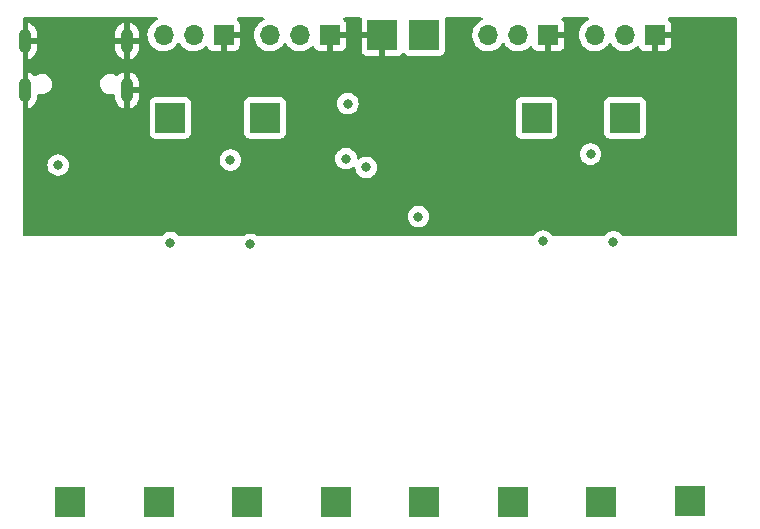
<source format=gbr>
%TF.GenerationSoftware,KiCad,Pcbnew,(6.0.4)*%
%TF.CreationDate,2023-01-21T01:53:35+00:00*%
%TF.ProjectId,Diff_probe,44696666-5f70-4726-9f62-652e6b696361,rev?*%
%TF.SameCoordinates,Original*%
%TF.FileFunction,Copper,L2,Inr*%
%TF.FilePolarity,Positive*%
%FSLAX46Y46*%
G04 Gerber Fmt 4.6, Leading zero omitted, Abs format (unit mm)*
G04 Created by KiCad (PCBNEW (6.0.4)) date 2023-01-21 01:53:35*
%MOMM*%
%LPD*%
G01*
G04 APERTURE LIST*
%TA.AperFunction,ComponentPad*%
%ADD10R,2.500000X2.500000*%
%TD*%
%TA.AperFunction,ComponentPad*%
%ADD11R,1.700000X1.700000*%
%TD*%
%TA.AperFunction,ComponentPad*%
%ADD12O,1.700000X1.700000*%
%TD*%
%TA.AperFunction,ComponentPad*%
%ADD13O,1.050000X2.100000*%
%TD*%
%TA.AperFunction,ViaPad*%
%ADD14C,0.800000*%
%TD*%
G04 APERTURE END LIST*
D10*
%TO.N,Net-(R23-Pad1)*%
%TO.C,TP11*%
X173000000Y-58500000D03*
%TD*%
D11*
%TO.N,GND*%
%TO.C,J5*%
X177525000Y-19000000D03*
D12*
%TO.N,Output4*%
X174985000Y-19000000D03*
%TO.N,+5V*%
X172445000Y-19000000D03*
%TD*%
D10*
%TO.N,Net-(JP7-Pad2)*%
%TO.C,TP13*%
X167500000Y-26000000D03*
%TD*%
%TO.N,Net-(R2-Pad1)*%
%TO.C,TP4*%
X143000000Y-58500000D03*
%TD*%
%TO.N,Net-(R21-Pad1)*%
%TO.C,TP9*%
X158000000Y-58500000D03*
%TD*%
D11*
%TO.N,GND*%
%TO.C,J1*%
X141000000Y-19000000D03*
D12*
%TO.N,Output1*%
X138460000Y-19000000D03*
%TO.N,+5V*%
X135920000Y-19000000D03*
%TD*%
D11*
%TO.N,GND*%
%TO.C,J3*%
X150025000Y-19000000D03*
D12*
%TO.N,Output2*%
X147485000Y-19000000D03*
%TO.N,+5V*%
X144945000Y-19000000D03*
%TD*%
D11*
%TO.N,GND*%
%TO.C,J4*%
X168500000Y-19000000D03*
D12*
%TO.N,Output3*%
X165960000Y-19000000D03*
%TO.N,+5V*%
X163420000Y-19000000D03*
%TD*%
D13*
%TO.N,GND*%
%TO.C,J2*%
X132820000Y-23680000D03*
X124180000Y-23680000D03*
X132820000Y-19500000D03*
X124180000Y-19500000D03*
%TD*%
D10*
%TO.N,Net-(R22-Pad1)*%
%TO.C,TP10*%
X165500000Y-58500000D03*
%TD*%
%TO.N,Net-(R3-Pad1)*%
%TO.C,TP1*%
X128000000Y-58500000D03*
%TD*%
%TO.N,GND*%
%TO.C,TP8*%
X154450000Y-19000000D03*
%TD*%
%TO.N,Net-(JP4-Pad2)*%
%TO.C,TP6*%
X144500000Y-26000000D03*
%TD*%
%TO.N,Net-(JP8-Pad2)*%
%TO.C,TP14*%
X175000000Y-26000000D03*
%TD*%
%TO.N,+5V*%
%TO.C,TP7*%
X158000000Y-19000000D03*
%TD*%
%TO.N,Net-(R24-Pad1)*%
%TO.C,TP12*%
X180500000Y-58462500D03*
%TD*%
%TO.N,Net-(R12-Pad1)*%
%TO.C,TP5*%
X150500000Y-58500000D03*
%TD*%
%TO.N,Net-(JP2-Pad2)*%
%TO.C,TP3*%
X136500000Y-26000000D03*
%TD*%
%TO.N,Net-(R4-Pad1)*%
%TO.C,TP2*%
X135500000Y-58500000D03*
%TD*%
D14*
%TO.N,GND*%
X151500000Y-26300000D03*
%TO.N,+5V*%
X151525500Y-24800000D03*
%TO.N,+2V5*%
X143275000Y-36725000D03*
X136504845Y-36572675D03*
X157500000Y-34362500D03*
X168050000Y-36450000D03*
X174000000Y-36500000D03*
%TO.N,GND*%
X169275000Y-21725000D03*
X166725000Y-34775000D03*
X177825000Y-21675000D03*
X170225000Y-29275000D03*
X151675000Y-32456250D03*
X139725000Y-29275000D03*
X153256250Y-32075000D03*
X149275000Y-22500000D03*
X136225000Y-34275000D03*
X167927223Y-33481346D03*
%TO.N,+5V*%
X172075000Y-29075000D03*
X141575000Y-29575000D03*
X153081250Y-30200000D03*
X127000000Y-30000000D03*
X151375000Y-29456250D03*
%TD*%
%TA.AperFunction,Conductor*%
%TO.N,GND*%
G36*
X135396115Y-17528502D02*
G01*
X135442608Y-17582158D01*
X135452712Y-17652432D01*
X135423218Y-17717012D01*
X135386175Y-17746262D01*
X135193607Y-17846507D01*
X135189474Y-17849610D01*
X135189471Y-17849612D01*
X135019163Y-17977483D01*
X135014965Y-17980635D01*
X134860629Y-18142138D01*
X134734743Y-18326680D01*
X134640688Y-18529305D01*
X134580989Y-18744570D01*
X134557251Y-18966695D01*
X134570110Y-19189715D01*
X134571247Y-19194761D01*
X134571248Y-19194767D01*
X134585606Y-19258475D01*
X134619222Y-19407639D01*
X134703266Y-19614616D01*
X134754942Y-19698944D01*
X134817291Y-19800688D01*
X134819987Y-19805088D01*
X134966250Y-19973938D01*
X135138126Y-20116632D01*
X135331000Y-20229338D01*
X135539692Y-20309030D01*
X135544760Y-20310061D01*
X135544763Y-20310062D01*
X135652017Y-20331883D01*
X135758597Y-20353567D01*
X135763772Y-20353757D01*
X135763774Y-20353757D01*
X135976673Y-20361564D01*
X135976677Y-20361564D01*
X135981837Y-20361753D01*
X135986957Y-20361097D01*
X135986959Y-20361097D01*
X136198288Y-20334025D01*
X136198289Y-20334025D01*
X136203416Y-20333368D01*
X136208366Y-20331883D01*
X136412429Y-20270661D01*
X136412434Y-20270659D01*
X136417384Y-20269174D01*
X136617994Y-20170896D01*
X136799860Y-20041173D01*
X136958096Y-19883489D01*
X137017594Y-19800689D01*
X137088453Y-19702077D01*
X137089776Y-19703028D01*
X137136645Y-19659857D01*
X137206580Y-19647625D01*
X137272026Y-19675144D01*
X137299875Y-19706994D01*
X137359987Y-19805088D01*
X137506250Y-19973938D01*
X137678126Y-20116632D01*
X137871000Y-20229338D01*
X138079692Y-20309030D01*
X138084760Y-20310061D01*
X138084763Y-20310062D01*
X138192017Y-20331883D01*
X138298597Y-20353567D01*
X138303772Y-20353757D01*
X138303774Y-20353757D01*
X138516673Y-20361564D01*
X138516677Y-20361564D01*
X138521837Y-20361753D01*
X138526957Y-20361097D01*
X138526959Y-20361097D01*
X138738288Y-20334025D01*
X138738289Y-20334025D01*
X138743416Y-20333368D01*
X138748366Y-20331883D01*
X138952429Y-20270661D01*
X138952434Y-20270659D01*
X138957384Y-20269174D01*
X139157994Y-20170896D01*
X139339860Y-20041173D01*
X139407331Y-19973938D01*
X139448479Y-19932933D01*
X139510851Y-19899017D01*
X139581658Y-19904205D01*
X139638419Y-19946851D01*
X139655401Y-19977954D01*
X139696676Y-20088054D01*
X139705214Y-20103649D01*
X139781715Y-20205724D01*
X139794276Y-20218285D01*
X139896351Y-20294786D01*
X139911946Y-20303324D01*
X140032394Y-20348478D01*
X140047649Y-20352105D01*
X140098514Y-20357631D01*
X140105328Y-20358000D01*
X140727885Y-20358000D01*
X140743124Y-20353525D01*
X140744329Y-20352135D01*
X140746000Y-20344452D01*
X140746000Y-20339884D01*
X141254000Y-20339884D01*
X141258475Y-20355123D01*
X141259865Y-20356328D01*
X141267548Y-20357999D01*
X141894669Y-20357999D01*
X141901490Y-20357629D01*
X141952352Y-20352105D01*
X141967604Y-20348479D01*
X142088054Y-20303324D01*
X142103649Y-20294786D01*
X142205724Y-20218285D01*
X142218285Y-20205724D01*
X142294786Y-20103649D01*
X142303324Y-20088054D01*
X142348478Y-19967606D01*
X142352105Y-19952351D01*
X142357631Y-19901486D01*
X142358000Y-19894672D01*
X142358000Y-19272115D01*
X142353525Y-19256876D01*
X142352135Y-19255671D01*
X142344452Y-19254000D01*
X141272115Y-19254000D01*
X141256876Y-19258475D01*
X141255671Y-19259865D01*
X141254000Y-19267548D01*
X141254000Y-20339884D01*
X140746000Y-20339884D01*
X140746000Y-18872000D01*
X140766002Y-18803879D01*
X140819658Y-18757386D01*
X140872000Y-18746000D01*
X142339884Y-18746000D01*
X142355123Y-18741525D01*
X142356328Y-18740135D01*
X142357999Y-18732452D01*
X142357999Y-18105331D01*
X142357629Y-18098510D01*
X142352105Y-18047648D01*
X142348479Y-18032396D01*
X142303324Y-17911946D01*
X142294786Y-17896351D01*
X142218285Y-17794276D01*
X142205724Y-17781715D01*
X142143827Y-17735326D01*
X142101312Y-17678467D01*
X142096286Y-17607649D01*
X142130346Y-17545355D01*
X142192677Y-17511365D01*
X142219392Y-17508500D01*
X144352994Y-17508500D01*
X144421115Y-17528502D01*
X144467608Y-17582158D01*
X144477712Y-17652432D01*
X144448218Y-17717012D01*
X144411175Y-17746262D01*
X144218607Y-17846507D01*
X144214474Y-17849610D01*
X144214471Y-17849612D01*
X144044163Y-17977483D01*
X144039965Y-17980635D01*
X143885629Y-18142138D01*
X143759743Y-18326680D01*
X143665688Y-18529305D01*
X143605989Y-18744570D01*
X143582251Y-18966695D01*
X143595110Y-19189715D01*
X143596247Y-19194761D01*
X143596248Y-19194767D01*
X143610606Y-19258475D01*
X143644222Y-19407639D01*
X143728266Y-19614616D01*
X143779942Y-19698944D01*
X143842291Y-19800688D01*
X143844987Y-19805088D01*
X143991250Y-19973938D01*
X144163126Y-20116632D01*
X144356000Y-20229338D01*
X144564692Y-20309030D01*
X144569760Y-20310061D01*
X144569763Y-20310062D01*
X144677017Y-20331883D01*
X144783597Y-20353567D01*
X144788772Y-20353757D01*
X144788774Y-20353757D01*
X145001673Y-20361564D01*
X145001677Y-20361564D01*
X145006837Y-20361753D01*
X145011957Y-20361097D01*
X145011959Y-20361097D01*
X145223288Y-20334025D01*
X145223289Y-20334025D01*
X145228416Y-20333368D01*
X145233366Y-20331883D01*
X145437429Y-20270661D01*
X145437434Y-20270659D01*
X145442384Y-20269174D01*
X145642994Y-20170896D01*
X145824860Y-20041173D01*
X145983096Y-19883489D01*
X146042594Y-19800689D01*
X146113453Y-19702077D01*
X146114776Y-19703028D01*
X146161645Y-19659857D01*
X146231580Y-19647625D01*
X146297026Y-19675144D01*
X146324875Y-19706994D01*
X146384987Y-19805088D01*
X146531250Y-19973938D01*
X146703126Y-20116632D01*
X146896000Y-20229338D01*
X147104692Y-20309030D01*
X147109760Y-20310061D01*
X147109763Y-20310062D01*
X147217017Y-20331883D01*
X147323597Y-20353567D01*
X147328772Y-20353757D01*
X147328774Y-20353757D01*
X147541673Y-20361564D01*
X147541677Y-20361564D01*
X147546837Y-20361753D01*
X147551957Y-20361097D01*
X147551959Y-20361097D01*
X147763288Y-20334025D01*
X147763289Y-20334025D01*
X147768416Y-20333368D01*
X147773366Y-20331883D01*
X147977429Y-20270661D01*
X147977434Y-20270659D01*
X147982384Y-20269174D01*
X148182994Y-20170896D01*
X148364860Y-20041173D01*
X148432331Y-19973938D01*
X148473479Y-19932933D01*
X148535851Y-19899017D01*
X148606658Y-19904205D01*
X148663419Y-19946851D01*
X148680401Y-19977954D01*
X148721676Y-20088054D01*
X148730214Y-20103649D01*
X148806715Y-20205724D01*
X148819276Y-20218285D01*
X148921351Y-20294786D01*
X148936946Y-20303324D01*
X149057394Y-20348478D01*
X149072649Y-20352105D01*
X149123514Y-20357631D01*
X149130328Y-20358000D01*
X149752885Y-20358000D01*
X149768124Y-20353525D01*
X149769329Y-20352135D01*
X149771000Y-20344452D01*
X149771000Y-20339884D01*
X150279000Y-20339884D01*
X150283475Y-20355123D01*
X150284865Y-20356328D01*
X150292548Y-20357999D01*
X150919669Y-20357999D01*
X150926490Y-20357629D01*
X150977352Y-20352105D01*
X150992604Y-20348479D01*
X151113054Y-20303324D01*
X151128649Y-20294786D01*
X151128805Y-20294669D01*
X152692001Y-20294669D01*
X152692371Y-20301490D01*
X152697895Y-20352352D01*
X152701521Y-20367604D01*
X152746676Y-20488054D01*
X152755214Y-20503649D01*
X152831715Y-20605724D01*
X152844276Y-20618285D01*
X152946351Y-20694786D01*
X152961946Y-20703324D01*
X153082394Y-20748478D01*
X153097649Y-20752105D01*
X153148514Y-20757631D01*
X153155328Y-20758000D01*
X154177885Y-20758000D01*
X154193124Y-20753525D01*
X154194329Y-20752135D01*
X154196000Y-20744452D01*
X154196000Y-19272115D01*
X154191525Y-19256876D01*
X154190135Y-19255671D01*
X154182452Y-19254000D01*
X152710116Y-19254000D01*
X152694877Y-19258475D01*
X152693672Y-19259865D01*
X152692001Y-19267548D01*
X152692001Y-20294669D01*
X151128805Y-20294669D01*
X151230724Y-20218285D01*
X151243285Y-20205724D01*
X151319786Y-20103649D01*
X151328324Y-20088054D01*
X151373478Y-19967606D01*
X151377105Y-19952351D01*
X151382631Y-19901486D01*
X151383000Y-19894672D01*
X151383000Y-19272115D01*
X151378525Y-19256876D01*
X151377135Y-19255671D01*
X151369452Y-19254000D01*
X150297115Y-19254000D01*
X150281876Y-19258475D01*
X150280671Y-19259865D01*
X150279000Y-19267548D01*
X150279000Y-20339884D01*
X149771000Y-20339884D01*
X149771000Y-18872000D01*
X149791002Y-18803879D01*
X149844658Y-18757386D01*
X149897000Y-18746000D01*
X151364884Y-18746000D01*
X151380123Y-18741525D01*
X151381328Y-18740135D01*
X151382999Y-18732452D01*
X151382999Y-18105331D01*
X151382629Y-18098510D01*
X151377105Y-18047648D01*
X151373479Y-18032396D01*
X151328324Y-17911946D01*
X151319786Y-17896351D01*
X151243285Y-17794276D01*
X151230724Y-17781715D01*
X151168827Y-17735326D01*
X151126312Y-17678467D01*
X151121286Y-17607649D01*
X151155346Y-17545355D01*
X151217677Y-17511365D01*
X151244392Y-17508500D01*
X152572582Y-17508500D01*
X152640703Y-17528502D01*
X152687196Y-17582158D01*
X152697845Y-17648108D01*
X152692369Y-17698514D01*
X152692000Y-17705328D01*
X152692000Y-18727885D01*
X152696475Y-18743124D01*
X152697865Y-18744329D01*
X152705548Y-18746000D01*
X154578000Y-18746000D01*
X154646121Y-18766002D01*
X154692614Y-18819658D01*
X154704000Y-18872000D01*
X154704000Y-20739884D01*
X154708475Y-20755123D01*
X154709865Y-20756328D01*
X154717548Y-20757999D01*
X155744669Y-20757999D01*
X155751490Y-20757629D01*
X155802352Y-20752105D01*
X155817604Y-20748479D01*
X155938054Y-20703324D01*
X155953649Y-20694786D01*
X156055724Y-20618285D01*
X156068285Y-20605724D01*
X156123862Y-20531568D01*
X156180721Y-20489053D01*
X156251540Y-20484027D01*
X156313833Y-20518087D01*
X156325503Y-20531554D01*
X156386739Y-20613261D01*
X156503295Y-20700615D01*
X156639684Y-20751745D01*
X156701866Y-20758500D01*
X159298134Y-20758500D01*
X159360316Y-20751745D01*
X159496705Y-20700615D01*
X159613261Y-20613261D01*
X159700615Y-20496705D01*
X159751745Y-20360316D01*
X159758500Y-20298134D01*
X159758500Y-17701866D01*
X159752660Y-17648108D01*
X159765188Y-17578225D01*
X159813509Y-17526210D01*
X159877923Y-17508500D01*
X162827994Y-17508500D01*
X162896115Y-17528502D01*
X162942608Y-17582158D01*
X162952712Y-17652432D01*
X162923218Y-17717012D01*
X162886175Y-17746262D01*
X162693607Y-17846507D01*
X162689474Y-17849610D01*
X162689471Y-17849612D01*
X162519163Y-17977483D01*
X162514965Y-17980635D01*
X162360629Y-18142138D01*
X162234743Y-18326680D01*
X162140688Y-18529305D01*
X162080989Y-18744570D01*
X162057251Y-18966695D01*
X162070110Y-19189715D01*
X162071247Y-19194761D01*
X162071248Y-19194767D01*
X162085606Y-19258475D01*
X162119222Y-19407639D01*
X162203266Y-19614616D01*
X162254942Y-19698944D01*
X162317291Y-19800688D01*
X162319987Y-19805088D01*
X162466250Y-19973938D01*
X162638126Y-20116632D01*
X162831000Y-20229338D01*
X163039692Y-20309030D01*
X163044760Y-20310061D01*
X163044763Y-20310062D01*
X163152017Y-20331883D01*
X163258597Y-20353567D01*
X163263772Y-20353757D01*
X163263774Y-20353757D01*
X163476673Y-20361564D01*
X163476677Y-20361564D01*
X163481837Y-20361753D01*
X163486957Y-20361097D01*
X163486959Y-20361097D01*
X163698288Y-20334025D01*
X163698289Y-20334025D01*
X163703416Y-20333368D01*
X163708366Y-20331883D01*
X163912429Y-20270661D01*
X163912434Y-20270659D01*
X163917384Y-20269174D01*
X164117994Y-20170896D01*
X164299860Y-20041173D01*
X164458096Y-19883489D01*
X164517594Y-19800689D01*
X164588453Y-19702077D01*
X164589776Y-19703028D01*
X164636645Y-19659857D01*
X164706580Y-19647625D01*
X164772026Y-19675144D01*
X164799875Y-19706994D01*
X164859987Y-19805088D01*
X165006250Y-19973938D01*
X165178126Y-20116632D01*
X165371000Y-20229338D01*
X165579692Y-20309030D01*
X165584760Y-20310061D01*
X165584763Y-20310062D01*
X165692017Y-20331883D01*
X165798597Y-20353567D01*
X165803772Y-20353757D01*
X165803774Y-20353757D01*
X166016673Y-20361564D01*
X166016677Y-20361564D01*
X166021837Y-20361753D01*
X166026957Y-20361097D01*
X166026959Y-20361097D01*
X166238288Y-20334025D01*
X166238289Y-20334025D01*
X166243416Y-20333368D01*
X166248366Y-20331883D01*
X166452429Y-20270661D01*
X166452434Y-20270659D01*
X166457384Y-20269174D01*
X166657994Y-20170896D01*
X166839860Y-20041173D01*
X166907331Y-19973938D01*
X166948479Y-19932933D01*
X167010851Y-19899017D01*
X167081658Y-19904205D01*
X167138419Y-19946851D01*
X167155401Y-19977954D01*
X167196676Y-20088054D01*
X167205214Y-20103649D01*
X167281715Y-20205724D01*
X167294276Y-20218285D01*
X167396351Y-20294786D01*
X167411946Y-20303324D01*
X167532394Y-20348478D01*
X167547649Y-20352105D01*
X167598514Y-20357631D01*
X167605328Y-20358000D01*
X168227885Y-20358000D01*
X168243124Y-20353525D01*
X168244329Y-20352135D01*
X168246000Y-20344452D01*
X168246000Y-20339884D01*
X168754000Y-20339884D01*
X168758475Y-20355123D01*
X168759865Y-20356328D01*
X168767548Y-20357999D01*
X169394669Y-20357999D01*
X169401490Y-20357629D01*
X169452352Y-20352105D01*
X169467604Y-20348479D01*
X169588054Y-20303324D01*
X169603649Y-20294786D01*
X169705724Y-20218285D01*
X169718285Y-20205724D01*
X169794786Y-20103649D01*
X169803324Y-20088054D01*
X169848478Y-19967606D01*
X169852105Y-19952351D01*
X169857631Y-19901486D01*
X169858000Y-19894672D01*
X169858000Y-19272115D01*
X169853525Y-19256876D01*
X169852135Y-19255671D01*
X169844452Y-19254000D01*
X168772115Y-19254000D01*
X168756876Y-19258475D01*
X168755671Y-19259865D01*
X168754000Y-19267548D01*
X168754000Y-20339884D01*
X168246000Y-20339884D01*
X168246000Y-18872000D01*
X168266002Y-18803879D01*
X168319658Y-18757386D01*
X168372000Y-18746000D01*
X169839884Y-18746000D01*
X169855123Y-18741525D01*
X169856328Y-18740135D01*
X169857999Y-18732452D01*
X169857999Y-18105331D01*
X169857629Y-18098510D01*
X169852105Y-18047648D01*
X169848479Y-18032396D01*
X169803324Y-17911946D01*
X169794786Y-17896351D01*
X169718285Y-17794276D01*
X169705724Y-17781715D01*
X169643827Y-17735326D01*
X169601312Y-17678467D01*
X169596286Y-17607649D01*
X169630346Y-17545355D01*
X169692677Y-17511365D01*
X169719392Y-17508500D01*
X171852994Y-17508500D01*
X171921115Y-17528502D01*
X171967608Y-17582158D01*
X171977712Y-17652432D01*
X171948218Y-17717012D01*
X171911175Y-17746262D01*
X171718607Y-17846507D01*
X171714474Y-17849610D01*
X171714471Y-17849612D01*
X171544163Y-17977483D01*
X171539965Y-17980635D01*
X171385629Y-18142138D01*
X171259743Y-18326680D01*
X171165688Y-18529305D01*
X171105989Y-18744570D01*
X171082251Y-18966695D01*
X171095110Y-19189715D01*
X171096247Y-19194761D01*
X171096248Y-19194767D01*
X171110606Y-19258475D01*
X171144222Y-19407639D01*
X171228266Y-19614616D01*
X171279942Y-19698944D01*
X171342291Y-19800688D01*
X171344987Y-19805088D01*
X171491250Y-19973938D01*
X171663126Y-20116632D01*
X171856000Y-20229338D01*
X172064692Y-20309030D01*
X172069760Y-20310061D01*
X172069763Y-20310062D01*
X172177017Y-20331883D01*
X172283597Y-20353567D01*
X172288772Y-20353757D01*
X172288774Y-20353757D01*
X172501673Y-20361564D01*
X172501677Y-20361564D01*
X172506837Y-20361753D01*
X172511957Y-20361097D01*
X172511959Y-20361097D01*
X172723288Y-20334025D01*
X172723289Y-20334025D01*
X172728416Y-20333368D01*
X172733366Y-20331883D01*
X172937429Y-20270661D01*
X172937434Y-20270659D01*
X172942384Y-20269174D01*
X173142994Y-20170896D01*
X173324860Y-20041173D01*
X173483096Y-19883489D01*
X173542594Y-19800689D01*
X173613453Y-19702077D01*
X173614776Y-19703028D01*
X173661645Y-19659857D01*
X173731580Y-19647625D01*
X173797026Y-19675144D01*
X173824875Y-19706994D01*
X173884987Y-19805088D01*
X174031250Y-19973938D01*
X174203126Y-20116632D01*
X174396000Y-20229338D01*
X174604692Y-20309030D01*
X174609760Y-20310061D01*
X174609763Y-20310062D01*
X174717017Y-20331883D01*
X174823597Y-20353567D01*
X174828772Y-20353757D01*
X174828774Y-20353757D01*
X175041673Y-20361564D01*
X175041677Y-20361564D01*
X175046837Y-20361753D01*
X175051957Y-20361097D01*
X175051959Y-20361097D01*
X175263288Y-20334025D01*
X175263289Y-20334025D01*
X175268416Y-20333368D01*
X175273366Y-20331883D01*
X175477429Y-20270661D01*
X175477434Y-20270659D01*
X175482384Y-20269174D01*
X175682994Y-20170896D01*
X175864860Y-20041173D01*
X175932331Y-19973938D01*
X175973479Y-19932933D01*
X176035851Y-19899017D01*
X176106658Y-19904205D01*
X176163419Y-19946851D01*
X176180401Y-19977954D01*
X176221676Y-20088054D01*
X176230214Y-20103649D01*
X176306715Y-20205724D01*
X176319276Y-20218285D01*
X176421351Y-20294786D01*
X176436946Y-20303324D01*
X176557394Y-20348478D01*
X176572649Y-20352105D01*
X176623514Y-20357631D01*
X176630328Y-20358000D01*
X177252885Y-20358000D01*
X177268124Y-20353525D01*
X177269329Y-20352135D01*
X177271000Y-20344452D01*
X177271000Y-20339884D01*
X177779000Y-20339884D01*
X177783475Y-20355123D01*
X177784865Y-20356328D01*
X177792548Y-20357999D01*
X178419669Y-20357999D01*
X178426490Y-20357629D01*
X178477352Y-20352105D01*
X178492604Y-20348479D01*
X178613054Y-20303324D01*
X178628649Y-20294786D01*
X178730724Y-20218285D01*
X178743285Y-20205724D01*
X178819786Y-20103649D01*
X178828324Y-20088054D01*
X178873478Y-19967606D01*
X178877105Y-19952351D01*
X178882631Y-19901486D01*
X178883000Y-19894672D01*
X178883000Y-19272115D01*
X178878525Y-19256876D01*
X178877135Y-19255671D01*
X178869452Y-19254000D01*
X177797115Y-19254000D01*
X177781876Y-19258475D01*
X177780671Y-19259865D01*
X177779000Y-19267548D01*
X177779000Y-20339884D01*
X177271000Y-20339884D01*
X177271000Y-18872000D01*
X177291002Y-18803879D01*
X177344658Y-18757386D01*
X177397000Y-18746000D01*
X178864884Y-18746000D01*
X178880123Y-18741525D01*
X178881328Y-18740135D01*
X178882999Y-18732452D01*
X178882999Y-18105331D01*
X178882629Y-18098510D01*
X178877105Y-18047648D01*
X178873479Y-18032396D01*
X178828324Y-17911946D01*
X178819786Y-17896351D01*
X178743285Y-17794276D01*
X178730724Y-17781715D01*
X178668827Y-17735326D01*
X178626312Y-17678467D01*
X178621286Y-17607649D01*
X178655346Y-17545355D01*
X178717677Y-17511365D01*
X178744392Y-17508500D01*
X184365500Y-17508500D01*
X184433621Y-17528502D01*
X184480114Y-17582158D01*
X184491500Y-17634500D01*
X184491500Y-35874000D01*
X184471498Y-35942121D01*
X184417842Y-35988614D01*
X184365500Y-36000000D01*
X174828403Y-36000000D01*
X174760282Y-35979998D01*
X174734770Y-35958313D01*
X174611253Y-35821134D01*
X174456752Y-35708882D01*
X174450724Y-35706198D01*
X174450722Y-35706197D01*
X174288319Y-35633891D01*
X174288318Y-35633891D01*
X174282288Y-35631206D01*
X174188887Y-35611353D01*
X174101944Y-35592872D01*
X174101939Y-35592872D01*
X174095487Y-35591500D01*
X173904513Y-35591500D01*
X173898061Y-35592872D01*
X173898056Y-35592872D01*
X173811112Y-35611353D01*
X173717712Y-35631206D01*
X173711682Y-35633891D01*
X173711681Y-35633891D01*
X173549278Y-35706197D01*
X173549276Y-35706198D01*
X173543248Y-35708882D01*
X173388747Y-35821134D01*
X173265232Y-35958312D01*
X173204787Y-35995550D01*
X173171597Y-36000000D01*
X168911983Y-36000000D01*
X168843862Y-35979998D01*
X168802864Y-35937000D01*
X168799514Y-35931197D01*
X168789040Y-35913056D01*
X168710692Y-35826041D01*
X168665675Y-35776045D01*
X168665674Y-35776044D01*
X168661253Y-35771134D01*
X168506752Y-35658882D01*
X168500724Y-35656198D01*
X168500722Y-35656197D01*
X168338319Y-35583891D01*
X168338318Y-35583891D01*
X168332288Y-35581206D01*
X168238887Y-35561353D01*
X168151944Y-35542872D01*
X168151939Y-35542872D01*
X168145487Y-35541500D01*
X167954513Y-35541500D01*
X167948061Y-35542872D01*
X167948056Y-35542872D01*
X167861113Y-35561353D01*
X167767712Y-35581206D01*
X167761682Y-35583891D01*
X167761681Y-35583891D01*
X167599278Y-35656197D01*
X167599276Y-35656198D01*
X167593248Y-35658882D01*
X167438747Y-35771134D01*
X167434326Y-35776044D01*
X167434325Y-35776045D01*
X167389309Y-35826041D01*
X167310960Y-35913056D01*
X167300486Y-35931197D01*
X167297136Y-35937000D01*
X167245754Y-35985993D01*
X167188017Y-36000000D01*
X143863695Y-36000000D01*
X143795574Y-35979998D01*
X143789634Y-35975936D01*
X143737094Y-35937763D01*
X143737093Y-35937762D01*
X143731752Y-35933882D01*
X143725724Y-35931198D01*
X143725722Y-35931197D01*
X143563319Y-35858891D01*
X143563318Y-35858891D01*
X143557288Y-35856206D01*
X143463888Y-35836353D01*
X143376944Y-35817872D01*
X143376939Y-35817872D01*
X143370487Y-35816500D01*
X143179513Y-35816500D01*
X143173061Y-35817872D01*
X143173056Y-35817872D01*
X143086113Y-35836353D01*
X142992712Y-35856206D01*
X142986682Y-35858891D01*
X142986681Y-35858891D01*
X142824278Y-35931197D01*
X142824276Y-35931198D01*
X142818248Y-35933882D01*
X142812907Y-35937762D01*
X142812906Y-35937763D01*
X142760366Y-35975936D01*
X142693499Y-35999794D01*
X142686305Y-36000000D01*
X137267812Y-36000000D01*
X137199691Y-35979998D01*
X137174176Y-35958311D01*
X137120513Y-35898712D01*
X137120511Y-35898710D01*
X137116098Y-35893809D01*
X137011580Y-35817872D01*
X136966939Y-35785438D01*
X136966938Y-35785437D01*
X136961597Y-35781557D01*
X136955569Y-35778873D01*
X136955567Y-35778872D01*
X136793164Y-35706566D01*
X136793163Y-35706566D01*
X136787133Y-35703881D01*
X136693733Y-35684028D01*
X136606789Y-35665547D01*
X136606784Y-35665547D01*
X136600332Y-35664175D01*
X136409358Y-35664175D01*
X136402906Y-35665547D01*
X136402901Y-35665547D01*
X136315957Y-35684028D01*
X136222557Y-35703881D01*
X136216527Y-35706566D01*
X136216526Y-35706566D01*
X136054123Y-35778872D01*
X136054121Y-35778873D01*
X136048093Y-35781557D01*
X136042752Y-35785437D01*
X136042751Y-35785438D01*
X135998110Y-35817872D01*
X135893592Y-35893809D01*
X135889179Y-35898710D01*
X135889177Y-35898712D01*
X135835514Y-35958311D01*
X135775068Y-35995550D01*
X135741878Y-36000000D01*
X124134500Y-36000000D01*
X124066379Y-35979998D01*
X124019886Y-35926342D01*
X124008500Y-35874000D01*
X124008500Y-34362500D01*
X156586496Y-34362500D01*
X156606458Y-34552428D01*
X156665473Y-34734056D01*
X156760960Y-34899444D01*
X156888747Y-35041366D01*
X157043248Y-35153618D01*
X157049276Y-35156302D01*
X157049278Y-35156303D01*
X157211681Y-35228609D01*
X157217712Y-35231294D01*
X157311113Y-35251147D01*
X157398056Y-35269628D01*
X157398061Y-35269628D01*
X157404513Y-35271000D01*
X157595487Y-35271000D01*
X157601939Y-35269628D01*
X157601944Y-35269628D01*
X157688887Y-35251147D01*
X157782288Y-35231294D01*
X157788319Y-35228609D01*
X157950722Y-35156303D01*
X157950724Y-35156302D01*
X157956752Y-35153618D01*
X158111253Y-35041366D01*
X158239040Y-34899444D01*
X158334527Y-34734056D01*
X158393542Y-34552428D01*
X158413504Y-34362500D01*
X158393542Y-34172572D01*
X158334527Y-33990944D01*
X158239040Y-33825556D01*
X158111253Y-33683634D01*
X157956752Y-33571382D01*
X157950724Y-33568698D01*
X157950722Y-33568697D01*
X157788319Y-33496391D01*
X157788318Y-33496391D01*
X157782288Y-33493706D01*
X157688888Y-33473853D01*
X157601944Y-33455372D01*
X157601939Y-33455372D01*
X157595487Y-33454000D01*
X157404513Y-33454000D01*
X157398061Y-33455372D01*
X157398056Y-33455372D01*
X157311113Y-33473853D01*
X157217712Y-33493706D01*
X157211682Y-33496391D01*
X157211681Y-33496391D01*
X157049278Y-33568697D01*
X157049276Y-33568698D01*
X157043248Y-33571382D01*
X156888747Y-33683634D01*
X156760960Y-33825556D01*
X156665473Y-33990944D01*
X156606458Y-34172572D01*
X156586496Y-34362500D01*
X124008500Y-34362500D01*
X124008500Y-30000000D01*
X126086496Y-30000000D01*
X126106458Y-30189928D01*
X126165473Y-30371556D01*
X126168776Y-30377278D01*
X126168777Y-30377279D01*
X126176080Y-30389928D01*
X126260960Y-30536944D01*
X126388747Y-30678866D01*
X126543248Y-30791118D01*
X126549276Y-30793802D01*
X126549278Y-30793803D01*
X126711681Y-30866109D01*
X126717712Y-30868794D01*
X126783365Y-30882749D01*
X126898056Y-30907128D01*
X126898061Y-30907128D01*
X126904513Y-30908500D01*
X127095487Y-30908500D01*
X127101939Y-30907128D01*
X127101944Y-30907128D01*
X127216635Y-30882749D01*
X127282288Y-30868794D01*
X127288319Y-30866109D01*
X127450722Y-30793803D01*
X127450724Y-30793802D01*
X127456752Y-30791118D01*
X127611253Y-30678866D01*
X127739040Y-30536944D01*
X127823920Y-30389928D01*
X127831223Y-30377279D01*
X127831224Y-30377278D01*
X127834527Y-30371556D01*
X127893542Y-30189928D01*
X127913504Y-30000000D01*
X127896134Y-29834729D01*
X127894232Y-29816635D01*
X127894232Y-29816633D01*
X127893542Y-29810072D01*
X127834527Y-29628444D01*
X127827835Y-29616852D01*
X127803671Y-29575000D01*
X140661496Y-29575000D01*
X140681458Y-29764928D01*
X140740473Y-29946556D01*
X140743776Y-29952278D01*
X140743777Y-29952279D01*
X140767539Y-29993435D01*
X140835960Y-30111944D01*
X140963747Y-30253866D01*
X141118248Y-30366118D01*
X141124276Y-30368802D01*
X141124278Y-30368803D01*
X141171726Y-30389928D01*
X141292712Y-30443794D01*
X141386113Y-30463647D01*
X141473056Y-30482128D01*
X141473061Y-30482128D01*
X141479513Y-30483500D01*
X141670487Y-30483500D01*
X141676939Y-30482128D01*
X141676944Y-30482128D01*
X141763887Y-30463647D01*
X141857288Y-30443794D01*
X141978274Y-30389928D01*
X142025722Y-30368803D01*
X142025724Y-30368802D01*
X142031752Y-30366118D01*
X142186253Y-30253866D01*
X142314040Y-30111944D01*
X142382461Y-29993435D01*
X142406223Y-29952279D01*
X142406224Y-29952278D01*
X142409527Y-29946556D01*
X142468542Y-29764928D01*
X142488504Y-29575000D01*
X142476023Y-29456250D01*
X150461496Y-29456250D01*
X150462186Y-29462815D01*
X150480255Y-29634729D01*
X150481458Y-29646178D01*
X150540473Y-29827806D01*
X150635960Y-29993194D01*
X150763747Y-30135116D01*
X150918248Y-30247368D01*
X150924276Y-30250052D01*
X150924278Y-30250053D01*
X150941564Y-30257749D01*
X151092712Y-30325044D01*
X151186112Y-30344897D01*
X151273056Y-30363378D01*
X151273061Y-30363378D01*
X151279513Y-30364750D01*
X151470487Y-30364750D01*
X151476939Y-30363378D01*
X151476944Y-30363378D01*
X151563888Y-30344897D01*
X151657288Y-30325044D01*
X151808436Y-30257749D01*
X151825722Y-30250053D01*
X151825724Y-30250052D01*
X151831752Y-30247368D01*
X151971977Y-30145488D01*
X152038842Y-30121631D01*
X152107994Y-30137711D01*
X152157474Y-30188624D01*
X152171346Y-30234254D01*
X152186379Y-30377279D01*
X152187708Y-30389928D01*
X152246723Y-30571556D01*
X152342210Y-30736944D01*
X152346628Y-30741851D01*
X152346629Y-30741852D01*
X152460928Y-30868794D01*
X152469997Y-30878866D01*
X152624498Y-30991118D01*
X152630526Y-30993802D01*
X152630528Y-30993803D01*
X152792931Y-31066109D01*
X152798962Y-31068794D01*
X152892363Y-31088647D01*
X152979306Y-31107128D01*
X152979311Y-31107128D01*
X152985763Y-31108500D01*
X153176737Y-31108500D01*
X153183189Y-31107128D01*
X153183194Y-31107128D01*
X153270137Y-31088647D01*
X153363538Y-31068794D01*
X153369569Y-31066109D01*
X153531972Y-30993803D01*
X153531974Y-30993802D01*
X153538002Y-30991118D01*
X153692503Y-30878866D01*
X153701572Y-30868794D01*
X153815871Y-30741852D01*
X153815872Y-30741851D01*
X153820290Y-30736944D01*
X153915777Y-30571556D01*
X153974792Y-30389928D01*
X153976122Y-30377279D01*
X153994064Y-30206565D01*
X153994754Y-30200000D01*
X153988207Y-30137711D01*
X153975482Y-30016635D01*
X153975482Y-30016633D01*
X153974792Y-30010072D01*
X153915777Y-29828444D01*
X153820290Y-29663056D01*
X153692503Y-29521134D01*
X153538002Y-29408882D01*
X153531974Y-29406198D01*
X153531972Y-29406197D01*
X153369569Y-29333891D01*
X153369568Y-29333891D01*
X153363538Y-29331206D01*
X153270138Y-29311353D01*
X153183194Y-29292872D01*
X153183189Y-29292872D01*
X153176737Y-29291500D01*
X152985763Y-29291500D01*
X152979311Y-29292872D01*
X152979306Y-29292872D01*
X152892362Y-29311353D01*
X152798962Y-29331206D01*
X152792932Y-29333891D01*
X152792931Y-29333891D01*
X152630528Y-29406197D01*
X152630526Y-29406198D01*
X152624498Y-29408882D01*
X152484273Y-29510762D01*
X152417408Y-29534619D01*
X152348256Y-29518539D01*
X152298776Y-29467626D01*
X152284904Y-29421996D01*
X152269232Y-29272884D01*
X152269231Y-29272881D01*
X152268542Y-29266322D01*
X152209527Y-29084694D01*
X152203930Y-29075000D01*
X171161496Y-29075000D01*
X171181458Y-29264928D01*
X171240473Y-29446556D01*
X171243776Y-29452278D01*
X171243777Y-29452279D01*
X171277542Y-29510761D01*
X171335960Y-29611944D01*
X171340378Y-29616851D01*
X171340379Y-29616852D01*
X171356476Y-29634729D01*
X171463747Y-29753866D01*
X171618248Y-29866118D01*
X171624276Y-29868802D01*
X171624278Y-29868803D01*
X171784799Y-29940271D01*
X171792712Y-29943794D01*
X171886113Y-29963647D01*
X171973056Y-29982128D01*
X171973061Y-29982128D01*
X171979513Y-29983500D01*
X172170487Y-29983500D01*
X172176939Y-29982128D01*
X172176944Y-29982128D01*
X172263887Y-29963647D01*
X172357288Y-29943794D01*
X172365201Y-29940271D01*
X172525722Y-29868803D01*
X172525724Y-29868802D01*
X172531752Y-29866118D01*
X172686253Y-29753866D01*
X172793524Y-29634729D01*
X172809621Y-29616852D01*
X172809622Y-29616851D01*
X172814040Y-29611944D01*
X172872458Y-29510761D01*
X172906223Y-29452279D01*
X172906224Y-29452278D01*
X172909527Y-29446556D01*
X172968542Y-29264928D01*
X172988504Y-29075000D01*
X172968542Y-28885072D01*
X172909527Y-28703444D01*
X172888990Y-28667872D01*
X172817341Y-28543774D01*
X172814040Y-28538056D01*
X172686253Y-28396134D01*
X172531752Y-28283882D01*
X172525724Y-28281198D01*
X172525722Y-28281197D01*
X172363319Y-28208891D01*
X172363318Y-28208891D01*
X172357288Y-28206206D01*
X172263887Y-28186353D01*
X172176944Y-28167872D01*
X172176939Y-28167872D01*
X172170487Y-28166500D01*
X171979513Y-28166500D01*
X171973061Y-28167872D01*
X171973056Y-28167872D01*
X171886113Y-28186353D01*
X171792712Y-28206206D01*
X171786682Y-28208891D01*
X171786681Y-28208891D01*
X171624278Y-28281197D01*
X171624276Y-28281198D01*
X171618248Y-28283882D01*
X171463747Y-28396134D01*
X171335960Y-28538056D01*
X171332659Y-28543774D01*
X171261011Y-28667872D01*
X171240473Y-28703444D01*
X171181458Y-28885072D01*
X171161496Y-29075000D01*
X152203930Y-29075000D01*
X152182601Y-29038056D01*
X152117341Y-28925024D01*
X152114040Y-28919306D01*
X151986253Y-28777384D01*
X151831752Y-28665132D01*
X151825724Y-28662448D01*
X151825722Y-28662447D01*
X151663319Y-28590141D01*
X151663318Y-28590141D01*
X151657288Y-28587456D01*
X151563887Y-28567603D01*
X151476944Y-28549122D01*
X151476939Y-28549122D01*
X151470487Y-28547750D01*
X151279513Y-28547750D01*
X151273061Y-28549122D01*
X151273056Y-28549122D01*
X151186112Y-28567603D01*
X151092712Y-28587456D01*
X151086682Y-28590141D01*
X151086681Y-28590141D01*
X150924278Y-28662447D01*
X150924276Y-28662448D01*
X150918248Y-28665132D01*
X150763747Y-28777384D01*
X150635960Y-28919306D01*
X150632659Y-28925024D01*
X150567400Y-29038056D01*
X150540473Y-29084694D01*
X150481458Y-29266322D01*
X150480768Y-29272883D01*
X150480768Y-29272885D01*
X150466067Y-29412763D01*
X150461496Y-29456250D01*
X142476023Y-29456250D01*
X142472423Y-29421996D01*
X142469232Y-29391635D01*
X142469232Y-29391633D01*
X142468542Y-29385072D01*
X142409527Y-29203444D01*
X142314040Y-29038056D01*
X142186253Y-28896134D01*
X142031752Y-28783882D01*
X142025724Y-28781198D01*
X142025722Y-28781197D01*
X141863319Y-28708891D01*
X141863318Y-28708891D01*
X141857288Y-28706206D01*
X141763888Y-28686353D01*
X141676944Y-28667872D01*
X141676939Y-28667872D01*
X141670487Y-28666500D01*
X141479513Y-28666500D01*
X141473061Y-28667872D01*
X141473056Y-28667872D01*
X141386112Y-28686353D01*
X141292712Y-28706206D01*
X141286682Y-28708891D01*
X141286681Y-28708891D01*
X141124278Y-28781197D01*
X141124276Y-28781198D01*
X141118248Y-28783882D01*
X140963747Y-28896134D01*
X140835960Y-29038056D01*
X140740473Y-29203444D01*
X140681458Y-29385072D01*
X140680768Y-29391633D01*
X140680768Y-29391635D01*
X140677577Y-29421996D01*
X140661496Y-29575000D01*
X127803671Y-29575000D01*
X127771073Y-29518539D01*
X127739040Y-29463056D01*
X127729337Y-29452279D01*
X127615675Y-29326045D01*
X127615674Y-29326044D01*
X127611253Y-29321134D01*
X127456752Y-29208882D01*
X127450724Y-29206198D01*
X127450722Y-29206197D01*
X127288319Y-29133891D01*
X127288318Y-29133891D01*
X127282288Y-29131206D01*
X127188887Y-29111353D01*
X127101944Y-29092872D01*
X127101939Y-29092872D01*
X127095487Y-29091500D01*
X126904513Y-29091500D01*
X126898061Y-29092872D01*
X126898056Y-29092872D01*
X126811113Y-29111353D01*
X126717712Y-29131206D01*
X126711682Y-29133891D01*
X126711681Y-29133891D01*
X126549278Y-29206197D01*
X126549276Y-29206198D01*
X126543248Y-29208882D01*
X126388747Y-29321134D01*
X126384326Y-29326044D01*
X126384325Y-29326045D01*
X126270664Y-29452279D01*
X126260960Y-29463056D01*
X126228927Y-29518539D01*
X126172166Y-29616852D01*
X126165473Y-29628444D01*
X126106458Y-29810072D01*
X126105768Y-29816633D01*
X126105768Y-29816635D01*
X126103866Y-29834729D01*
X126086496Y-30000000D01*
X124008500Y-30000000D01*
X124008500Y-27298134D01*
X134741500Y-27298134D01*
X134748255Y-27360316D01*
X134799385Y-27496705D01*
X134886739Y-27613261D01*
X135003295Y-27700615D01*
X135139684Y-27751745D01*
X135201866Y-27758500D01*
X137798134Y-27758500D01*
X137860316Y-27751745D01*
X137996705Y-27700615D01*
X138113261Y-27613261D01*
X138200615Y-27496705D01*
X138251745Y-27360316D01*
X138258500Y-27298134D01*
X142741500Y-27298134D01*
X142748255Y-27360316D01*
X142799385Y-27496705D01*
X142886739Y-27613261D01*
X143003295Y-27700615D01*
X143139684Y-27751745D01*
X143201866Y-27758500D01*
X145798134Y-27758500D01*
X145860316Y-27751745D01*
X145996705Y-27700615D01*
X146113261Y-27613261D01*
X146200615Y-27496705D01*
X146251745Y-27360316D01*
X146258500Y-27298134D01*
X165741500Y-27298134D01*
X165748255Y-27360316D01*
X165799385Y-27496705D01*
X165886739Y-27613261D01*
X166003295Y-27700615D01*
X166139684Y-27751745D01*
X166201866Y-27758500D01*
X168798134Y-27758500D01*
X168860316Y-27751745D01*
X168996705Y-27700615D01*
X169113261Y-27613261D01*
X169200615Y-27496705D01*
X169251745Y-27360316D01*
X169258500Y-27298134D01*
X173241500Y-27298134D01*
X173248255Y-27360316D01*
X173299385Y-27496705D01*
X173386739Y-27613261D01*
X173503295Y-27700615D01*
X173639684Y-27751745D01*
X173701866Y-27758500D01*
X176298134Y-27758500D01*
X176360316Y-27751745D01*
X176496705Y-27700615D01*
X176613261Y-27613261D01*
X176700615Y-27496705D01*
X176751745Y-27360316D01*
X176758500Y-27298134D01*
X176758500Y-24701866D01*
X176751745Y-24639684D01*
X176700615Y-24503295D01*
X176613261Y-24386739D01*
X176496705Y-24299385D01*
X176360316Y-24248255D01*
X176298134Y-24241500D01*
X173701866Y-24241500D01*
X173639684Y-24248255D01*
X173503295Y-24299385D01*
X173386739Y-24386739D01*
X173299385Y-24503295D01*
X173248255Y-24639684D01*
X173241500Y-24701866D01*
X173241500Y-27298134D01*
X169258500Y-27298134D01*
X169258500Y-24701866D01*
X169251745Y-24639684D01*
X169200615Y-24503295D01*
X169113261Y-24386739D01*
X168996705Y-24299385D01*
X168860316Y-24248255D01*
X168798134Y-24241500D01*
X166201866Y-24241500D01*
X166139684Y-24248255D01*
X166003295Y-24299385D01*
X165886739Y-24386739D01*
X165799385Y-24503295D01*
X165748255Y-24639684D01*
X165741500Y-24701866D01*
X165741500Y-27298134D01*
X146258500Y-27298134D01*
X146258500Y-24800000D01*
X150611996Y-24800000D01*
X150631958Y-24989928D01*
X150690973Y-25171556D01*
X150694276Y-25177278D01*
X150694277Y-25177279D01*
X150708848Y-25202517D01*
X150786460Y-25336944D01*
X150914247Y-25478866D01*
X151068748Y-25591118D01*
X151074776Y-25593802D01*
X151074778Y-25593803D01*
X151237181Y-25666109D01*
X151243212Y-25668794D01*
X151336613Y-25688647D01*
X151423556Y-25707128D01*
X151423561Y-25707128D01*
X151430013Y-25708500D01*
X151620987Y-25708500D01*
X151627439Y-25707128D01*
X151627444Y-25707128D01*
X151714387Y-25688647D01*
X151807788Y-25668794D01*
X151813819Y-25666109D01*
X151976222Y-25593803D01*
X151976224Y-25593802D01*
X151982252Y-25591118D01*
X152136753Y-25478866D01*
X152264540Y-25336944D01*
X152342152Y-25202517D01*
X152356723Y-25177279D01*
X152356724Y-25177278D01*
X152360027Y-25171556D01*
X152419042Y-24989928D01*
X152439004Y-24800000D01*
X152419042Y-24610072D01*
X152360027Y-24428444D01*
X152264540Y-24263056D01*
X152136753Y-24121134D01*
X151982252Y-24008882D01*
X151976224Y-24006198D01*
X151976222Y-24006197D01*
X151813819Y-23933891D01*
X151813818Y-23933891D01*
X151807788Y-23931206D01*
X151714388Y-23911353D01*
X151627444Y-23892872D01*
X151627439Y-23892872D01*
X151620987Y-23891500D01*
X151430013Y-23891500D01*
X151423561Y-23892872D01*
X151423556Y-23892872D01*
X151336612Y-23911353D01*
X151243212Y-23931206D01*
X151237182Y-23933891D01*
X151237181Y-23933891D01*
X151074778Y-24006197D01*
X151074776Y-24006198D01*
X151068748Y-24008882D01*
X150914247Y-24121134D01*
X150786460Y-24263056D01*
X150690973Y-24428444D01*
X150631958Y-24610072D01*
X150611996Y-24800000D01*
X146258500Y-24800000D01*
X146258500Y-24701866D01*
X146251745Y-24639684D01*
X146200615Y-24503295D01*
X146113261Y-24386739D01*
X145996705Y-24299385D01*
X145860316Y-24248255D01*
X145798134Y-24241500D01*
X143201866Y-24241500D01*
X143139684Y-24248255D01*
X143003295Y-24299385D01*
X142886739Y-24386739D01*
X142799385Y-24503295D01*
X142748255Y-24639684D01*
X142741500Y-24701866D01*
X142741500Y-27298134D01*
X138258500Y-27298134D01*
X138258500Y-24701866D01*
X138251745Y-24639684D01*
X138200615Y-24503295D01*
X138113261Y-24386739D01*
X137996705Y-24299385D01*
X137860316Y-24248255D01*
X137798134Y-24241500D01*
X135201866Y-24241500D01*
X135139684Y-24248255D01*
X135003295Y-24299385D01*
X134886739Y-24386739D01*
X134799385Y-24503295D01*
X134748255Y-24639684D01*
X134741500Y-24701866D01*
X134741500Y-27298134D01*
X124008500Y-27298134D01*
X124008500Y-25188986D01*
X124434000Y-25188986D01*
X124437973Y-25202517D01*
X124445768Y-25203637D01*
X124562932Y-25169154D01*
X124574300Y-25164561D01*
X124742911Y-25076414D01*
X124753173Y-25069698D01*
X124901443Y-24950485D01*
X124910213Y-24941897D01*
X125032499Y-24796162D01*
X125039437Y-24786031D01*
X125131094Y-24619308D01*
X125135924Y-24608038D01*
X125193452Y-24426685D01*
X125196002Y-24414691D01*
X125212607Y-24266650D01*
X125213000Y-24259626D01*
X125213000Y-24098230D01*
X125233002Y-24030109D01*
X125286658Y-23983616D01*
X125356932Y-23973512D01*
X125366468Y-23975261D01*
X125513740Y-24008180D01*
X125519463Y-24008500D01*
X125656596Y-24008500D01*
X125677796Y-24006197D01*
X125695056Y-24004322D01*
X125795437Y-23993417D01*
X125972223Y-23933922D01*
X126132109Y-23837853D01*
X126267636Y-23709692D01*
X126271471Y-23704049D01*
X126368646Y-23561060D01*
X126368647Y-23561058D01*
X126372480Y-23555418D01*
X126405071Y-23473937D01*
X126439215Y-23388570D01*
X126439216Y-23388568D01*
X126441751Y-23382229D01*
X126472216Y-23198205D01*
X126467521Y-23108615D01*
X126467163Y-23101795D01*
X130527784Y-23101795D01*
X130528141Y-23108611D01*
X130528141Y-23108615D01*
X130532837Y-23198205D01*
X130537547Y-23288067D01*
X130587080Y-23467898D01*
X130674075Y-23632898D01*
X130678480Y-23638111D01*
X130678483Y-23638115D01*
X130790064Y-23770153D01*
X130790068Y-23770157D01*
X130794471Y-23775367D01*
X130799895Y-23779514D01*
X130799896Y-23779515D01*
X130937231Y-23884516D01*
X130937235Y-23884519D01*
X130942652Y-23888660D01*
X131111704Y-23967490D01*
X131293740Y-24008180D01*
X131299463Y-24008500D01*
X131436596Y-24008500D01*
X131457796Y-24006197D01*
X131475056Y-24004322D01*
X131575437Y-23993417D01*
X131620811Y-23978147D01*
X131691754Y-23975377D01*
X131752932Y-24011401D01*
X131784923Y-24074781D01*
X131787000Y-24097566D01*
X131787000Y-24252890D01*
X131787300Y-24259035D01*
X131801170Y-24400481D01*
X131803553Y-24412519D01*
X131858542Y-24594651D01*
X131863217Y-24605993D01*
X131952535Y-24773977D01*
X131959322Y-24784193D01*
X132079572Y-24931634D01*
X132088216Y-24940338D01*
X132234809Y-25061610D01*
X132244980Y-25068470D01*
X132412342Y-25158962D01*
X132423647Y-25163714D01*
X132548692Y-25202422D01*
X132562795Y-25202628D01*
X132566000Y-25195873D01*
X132566000Y-25188986D01*
X133074000Y-25188986D01*
X133077973Y-25202517D01*
X133085768Y-25203637D01*
X133202932Y-25169154D01*
X133214300Y-25164561D01*
X133382911Y-25076414D01*
X133393173Y-25069698D01*
X133541443Y-24950485D01*
X133550213Y-24941897D01*
X133672499Y-24796162D01*
X133679437Y-24786031D01*
X133771094Y-24619308D01*
X133775924Y-24608038D01*
X133833452Y-24426685D01*
X133836002Y-24414691D01*
X133852607Y-24266650D01*
X133853000Y-24259626D01*
X133853000Y-23952115D01*
X133848525Y-23936876D01*
X133847135Y-23935671D01*
X133839452Y-23934000D01*
X133092115Y-23934000D01*
X133076876Y-23938475D01*
X133075671Y-23939865D01*
X133074000Y-23947548D01*
X133074000Y-25188986D01*
X132566000Y-25188986D01*
X132566000Y-23407885D01*
X133074000Y-23407885D01*
X133078475Y-23423124D01*
X133079865Y-23424329D01*
X133087548Y-23426000D01*
X133834885Y-23426000D01*
X133850124Y-23421525D01*
X133851329Y-23420135D01*
X133853000Y-23412452D01*
X133853000Y-23107110D01*
X133852700Y-23100965D01*
X133838830Y-22959519D01*
X133836447Y-22947481D01*
X133781458Y-22765349D01*
X133776783Y-22754007D01*
X133687465Y-22586023D01*
X133680678Y-22575807D01*
X133560428Y-22428366D01*
X133551784Y-22419662D01*
X133405191Y-22298390D01*
X133395020Y-22291530D01*
X133227658Y-22201038D01*
X133216353Y-22196286D01*
X133091308Y-22157578D01*
X133077205Y-22157372D01*
X133074000Y-22164127D01*
X133074000Y-23407885D01*
X132566000Y-23407885D01*
X132566000Y-22171014D01*
X132562027Y-22157483D01*
X132554232Y-22156363D01*
X132437068Y-22190846D01*
X132425700Y-22195439D01*
X132257089Y-22283586D01*
X132246827Y-22290302D01*
X132098556Y-22409516D01*
X132089790Y-22418099D01*
X132071984Y-22439320D01*
X132012874Y-22478647D01*
X131941887Y-22479773D01*
X131898933Y-22458425D01*
X131859617Y-22428366D01*
X131837348Y-22411340D01*
X131668296Y-22332510D01*
X131486260Y-22291820D01*
X131480537Y-22291500D01*
X131343404Y-22291500D01*
X131204563Y-22306583D01*
X131027777Y-22366078D01*
X130867891Y-22462147D01*
X130732364Y-22590308D01*
X130728529Y-22595951D01*
X130683721Y-22661885D01*
X130627520Y-22744582D01*
X130624988Y-22750911D01*
X130624987Y-22750914D01*
X130560785Y-22911430D01*
X130558249Y-22917771D01*
X130527784Y-23101795D01*
X126467163Y-23101795D01*
X126462810Y-23018746D01*
X126462453Y-23011933D01*
X126412920Y-22832102D01*
X126325925Y-22667102D01*
X126321520Y-22661889D01*
X126321517Y-22661885D01*
X126209936Y-22529847D01*
X126209932Y-22529843D01*
X126205529Y-22524633D01*
X126145382Y-22478647D01*
X126062769Y-22415484D01*
X126062765Y-22415481D01*
X126057348Y-22411340D01*
X125888296Y-22332510D01*
X125706260Y-22291820D01*
X125700537Y-22291500D01*
X125563404Y-22291500D01*
X125424563Y-22306583D01*
X125247777Y-22366078D01*
X125087891Y-22462147D01*
X125086316Y-22459525D01*
X125032482Y-22480001D01*
X124963012Y-22465359D01*
X124925039Y-22434019D01*
X124920434Y-22428372D01*
X124911784Y-22419662D01*
X124765191Y-22298390D01*
X124755020Y-22291530D01*
X124587658Y-22201038D01*
X124576353Y-22196286D01*
X124451308Y-22157578D01*
X124437205Y-22157372D01*
X124434000Y-22164127D01*
X124434000Y-25188986D01*
X124008500Y-25188986D01*
X124008500Y-21008986D01*
X124434000Y-21008986D01*
X124437973Y-21022517D01*
X124445768Y-21023637D01*
X124562932Y-20989154D01*
X124574300Y-20984561D01*
X124742911Y-20896414D01*
X124753173Y-20889698D01*
X124901443Y-20770485D01*
X124910213Y-20761897D01*
X125032499Y-20616162D01*
X125039437Y-20606031D01*
X125131094Y-20439308D01*
X125135924Y-20428038D01*
X125193452Y-20246685D01*
X125196002Y-20234691D01*
X125212607Y-20086650D01*
X125213000Y-20079626D01*
X125213000Y-20072890D01*
X131787000Y-20072890D01*
X131787300Y-20079035D01*
X131801170Y-20220481D01*
X131803553Y-20232519D01*
X131858542Y-20414651D01*
X131863217Y-20425993D01*
X131952535Y-20593977D01*
X131959322Y-20604193D01*
X132079572Y-20751634D01*
X132088216Y-20760338D01*
X132234809Y-20881610D01*
X132244980Y-20888470D01*
X132412342Y-20978962D01*
X132423647Y-20983714D01*
X132548692Y-21022422D01*
X132562795Y-21022628D01*
X132566000Y-21015873D01*
X132566000Y-21008986D01*
X133074000Y-21008986D01*
X133077973Y-21022517D01*
X133085768Y-21023637D01*
X133202932Y-20989154D01*
X133214300Y-20984561D01*
X133382911Y-20896414D01*
X133393173Y-20889698D01*
X133541443Y-20770485D01*
X133550213Y-20761897D01*
X133672499Y-20616162D01*
X133679437Y-20606031D01*
X133771094Y-20439308D01*
X133775924Y-20428038D01*
X133833452Y-20246685D01*
X133836002Y-20234691D01*
X133852607Y-20086650D01*
X133853000Y-20079626D01*
X133853000Y-19772115D01*
X133848525Y-19756876D01*
X133847135Y-19755671D01*
X133839452Y-19754000D01*
X133092115Y-19754000D01*
X133076876Y-19758475D01*
X133075671Y-19759865D01*
X133074000Y-19767548D01*
X133074000Y-21008986D01*
X132566000Y-21008986D01*
X132566000Y-19772115D01*
X132561525Y-19756876D01*
X132560135Y-19755671D01*
X132552452Y-19754000D01*
X131805115Y-19754000D01*
X131789876Y-19758475D01*
X131788671Y-19759865D01*
X131787000Y-19767548D01*
X131787000Y-20072890D01*
X125213000Y-20072890D01*
X125213000Y-19772115D01*
X125208525Y-19756876D01*
X125207135Y-19755671D01*
X125199452Y-19754000D01*
X124452115Y-19754000D01*
X124436876Y-19758475D01*
X124435671Y-19759865D01*
X124434000Y-19767548D01*
X124434000Y-21008986D01*
X124008500Y-21008986D01*
X124008500Y-19227885D01*
X124434000Y-19227885D01*
X124438475Y-19243124D01*
X124439865Y-19244329D01*
X124447548Y-19246000D01*
X125194885Y-19246000D01*
X125210124Y-19241525D01*
X125211329Y-19240135D01*
X125213000Y-19232452D01*
X125213000Y-19227885D01*
X131787000Y-19227885D01*
X131791475Y-19243124D01*
X131792865Y-19244329D01*
X131800548Y-19246000D01*
X132547885Y-19246000D01*
X132563124Y-19241525D01*
X132564329Y-19240135D01*
X132566000Y-19232452D01*
X132566000Y-19227885D01*
X133074000Y-19227885D01*
X133078475Y-19243124D01*
X133079865Y-19244329D01*
X133087548Y-19246000D01*
X133834885Y-19246000D01*
X133850124Y-19241525D01*
X133851329Y-19240135D01*
X133853000Y-19232452D01*
X133853000Y-18927110D01*
X133852700Y-18920965D01*
X133838830Y-18779519D01*
X133836447Y-18767481D01*
X133781458Y-18585349D01*
X133776783Y-18574007D01*
X133687465Y-18406023D01*
X133680678Y-18395807D01*
X133560428Y-18248366D01*
X133551784Y-18239662D01*
X133405191Y-18118390D01*
X133395020Y-18111530D01*
X133227658Y-18021038D01*
X133216353Y-18016286D01*
X133091308Y-17977578D01*
X133077205Y-17977372D01*
X133074000Y-17984127D01*
X133074000Y-19227885D01*
X132566000Y-19227885D01*
X132566000Y-17991014D01*
X132562027Y-17977483D01*
X132554232Y-17976363D01*
X132437068Y-18010846D01*
X132425700Y-18015439D01*
X132257089Y-18103586D01*
X132246827Y-18110302D01*
X132098557Y-18229515D01*
X132089787Y-18238103D01*
X131967501Y-18383838D01*
X131960563Y-18393969D01*
X131868906Y-18560692D01*
X131864076Y-18571962D01*
X131806548Y-18753315D01*
X131803998Y-18765309D01*
X131787393Y-18913350D01*
X131787000Y-18920374D01*
X131787000Y-19227885D01*
X125213000Y-19227885D01*
X125213000Y-18927110D01*
X125212700Y-18920965D01*
X125198830Y-18779519D01*
X125196447Y-18767481D01*
X125141458Y-18585349D01*
X125136783Y-18574007D01*
X125047465Y-18406023D01*
X125040678Y-18395807D01*
X124920428Y-18248366D01*
X124911784Y-18239662D01*
X124765191Y-18118390D01*
X124755020Y-18111530D01*
X124587658Y-18021038D01*
X124576353Y-18016286D01*
X124451308Y-17977578D01*
X124437205Y-17977372D01*
X124434000Y-17984127D01*
X124434000Y-19227885D01*
X124008500Y-19227885D01*
X124008500Y-17634500D01*
X124028502Y-17566379D01*
X124082158Y-17519886D01*
X124134500Y-17508500D01*
X135327994Y-17508500D01*
X135396115Y-17528502D01*
G37*
%TD.AperFunction*%
%TD*%
M02*

</source>
